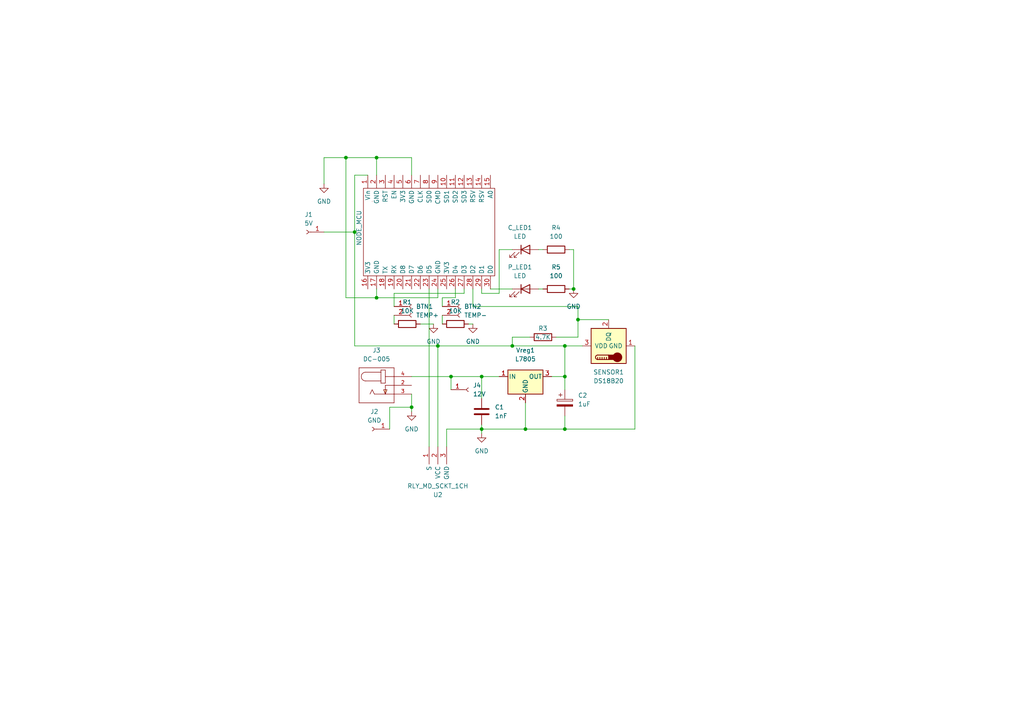
<source format=kicad_sch>
(kicad_sch (version 20211123) (generator eeschema)
  (paper "A4")
  (title_block (title "NodeMCU Thermal Control") (date "2022-03-19") (rev "1.0") (company "FeapTech"))
  (lib_symbols
    (symbol "Connector:Conn_01x01_Female" (pin_names (offset 1.016) hide)
      (property "Reference" "J" (at 0 2.54 0))
      (property "Value" "Conn_01x01_Female" (at 0 -2.54 0))
      (symbol "Conn_01x01_Female_1_1"
        (polyline (pts (xy -1.27 0) (xy -0.508 0)) (stroke (width 0.1524)))
        (arc (start 0 0.508) (mid -0.508 0) (end 0 -0.508) (stroke (width 0.1524)))
        (pin passive line (at -5.08 0 0) (length 3.81) (name "Pin_1") (number "1"))
      )
    )
    (symbol "Connector:Conn_01x02_Female" (pin_names (offset 1.016) hide)
      (property "Reference" "J" (at 0 2.54 0))
      (property "Value" "Conn_01x02_Female" (at 0 -5.08 0))
      (symbol "Conn_01x02_Female_1_1"
        (arc (start 0 -2.032) (mid -0.508 -2.54) (end 0 -3.048) (stroke (width 0.1524)))
        (polyline (pts (xy -1.27 -2.54) (xy -0.508 -2.54)) (stroke (width 0.1524)))
        (polyline (pts (xy -1.27 0) (xy -0.508 0)) (stroke (width 0.1524)))
        (arc (start 0 0.508) (mid -0.508 0) (end 0 -0.508) (stroke (width 0.1524)))
        (pin passive line (at -5.08 0 0) (length 3.81) (name "Pin_1") (number "1"))
        (pin passive line (at -5.08 -2.54 0) (length 3.81) (name "Pin_2") (number "2"))
      )
    )
    (symbol "DC-005:DC-005" (pin_names (offset 1.016) hide)
      (property "Reference" "J" (at -5.1054 5.588 0))
      (property "Value" "DC-005" (at -5.1054 -7.6454 0))
      (symbol "DC-005_0_0"
        (arc (start -3.175 3.81) (mid -4.445 2.54) (end -3.175 1.27) (stroke (width 0.1524)))
        (polyline (pts (xy -5.08 -5.08) (xy -5.08 5.08)) (stroke (width 0.1524)))
        (polyline (pts (xy -5.08 5.08) (xy 5.08 5.08)) (stroke (width 0.1524)))
        (polyline (pts (xy -3.175 3.81) (xy 1.27 3.81)) (stroke (width 0.1524)))
        (polyline (pts (xy -1.27 -1.27) (xy -1.905 -2.54)) (stroke (width 0.1524)))
        (polyline (pts (xy -0.635 -2.54) (xy -1.27 -1.27)) (stroke (width 0.1524)))
        (polyline (pts (xy 1.27 0.635) (xy 2.54 0.635)) (stroke (width 0.1524)))
        (polyline (pts (xy 1.27 1.27) (xy -3.175 1.27)) (stroke (width 0.1524)))
        (polyline (pts (xy 1.27 1.27) (xy 1.27 0.635)) (stroke (width 0.1524)))
        (polyline (pts (xy 1.27 3.81) (xy 1.27 1.27)) (stroke (width 0.1524)))
        (polyline (pts (xy 1.27 4.445) (xy 1.27 3.81)) (stroke (width 0.1524)))
        (polyline (pts (xy 2.54 -2.54) (xy -0.635 -2.54)) (stroke (width 0.1524)))
        (polyline (pts (xy 2.54 -2.54) (xy 5.08 -2.54)) (stroke (width 0.1524)))
        (polyline (pts (xy 2.54 0) (xy 2.54 -2.54)) (stroke (width 0.1524)))
        (polyline (pts (xy 2.54 0) (xy 5.08 0)) (stroke (width 0.1524)))
        (polyline (pts (xy 2.54 0.635) (xy 2.54 2.54)) (stroke (width 0.1524)))
        (polyline (pts (xy 2.54 2.54) (xy 2.54 4.445)) (stroke (width 0.1524)))
        (polyline (pts (xy 2.54 2.54) (xy 5.08 2.54)) (stroke (width 0.1524)))
        (polyline (pts (xy 2.54 4.445) (xy 1.27 4.445)) (stroke (width 0.1524)))
        (polyline (pts (xy 5.08 -5.08) (xy -5.08 -5.08)) (stroke (width 0.1524)))
        (polyline (pts (xy 5.08 -2.54) (xy 5.08 -5.08)) (stroke (width 0.1524)))
        (polyline (pts (xy 5.08 0) (xy 5.08 -2.54)) (stroke (width 0.1524)))
        (polyline (pts (xy 5.08 2.54) (xy 5.08 0)) (stroke (width 0.1524)))
        (polyline (pts (xy 5.08 5.08) (xy 5.08 2.54)) (stroke (width 0.1524)))
        (polyline (pts (xy 2.54 -2.54) (xy 2.032 -1.27) (xy 3.048 -1.27) (xy 2.54 -2.54)) (stroke (width 0.1524)) (fill (type background)))
        (pin passive line (at 10.16 0 180) (length 5.08) (name "~") (number "2"))
        (pin passive line (at 10.16 -2.54 180) (length 5.08) (name "~") (number "3"))
        (pin passive line (at 10.16 2.54 180) (length 5.08) (name "~") (number "4"))
      )
    )
    (symbol "Device:C" (pin_numbers hide) (pin_names (offset 0.254))
      (property "Reference" "C" (at 0.635 2.54 0))
      (property "Value" "C" (at 0.635 -2.54 0))
      (symbol "C_0_1"
        (polyline (pts (xy -2.032 -0.762) (xy 2.032 -0.762)) (stroke (width 0.508)))
        (polyline (pts (xy -2.032 0.762) (xy 2.032 0.762)) (stroke (width 0.508)))
      )
      (symbol "C_1_1"
        (pin passive line (at 0 3.81 270) (length 2.794) (name "~") (number "1"))
        (pin passive line (at 0 -3.81 90) (length 2.794) (name "~") (number "2"))
      )
    )
    (symbol "Device:C_Polarized" (pin_numbers hide) (pin_names (offset 0.254))
      (property "Reference" "C" (at 0.635 2.54 0))
      (property "Value" "C_Polarized" (at 0.635 -2.54 0))
      (symbol "C_Polarized_0_1"
        (rectangle (start -2.286 0.508) (end 2.286 1.016))
        (polyline (pts (xy -1.778 2.286) (xy -0.762 2.286)))
        (polyline (pts (xy -1.27 2.794) (xy -1.27 1.778)))
        (rectangle (start 2.286 -0.508) (end -2.286 -1.016) (fill (type outline)))
      )
      (symbol "C_Polarized_1_1"
        (pin passive line (at 0 3.81 270) (length 2.794) (name "~") (number "1"))
        (pin passive line (at 0 -3.81 90) (length 2.794) (name "~") (number "2"))
      )
    )
    (symbol "Device:LED" (pin_numbers hide) (pin_names (offset 1.016) hide)
      (property "Reference" "D" (at 0 2.54 0))
      (property "Value" "LED" (at 0 -2.54 0))
      (symbol "LED_0_1"
        (polyline (pts (xy -1.27 -1.27) (xy -1.27 1.27)) (stroke (width 0.254)))
        (polyline (pts (xy -1.27 0) (xy 1.27 0)))
        (polyline (pts (xy 1.27 -1.27) (xy 1.27 1.27) (xy -1.27 0) (xy 1.27 -1.27)) (stroke (width 0.254)))
        (polyline (pts (xy -3.048 -0.762) (xy -4.572 -2.286) (xy -3.81 -2.286) (xy -4.572 -2.286) (xy -4.572 -1.524)))
        (polyline (pts (xy -1.778 -0.762) (xy -3.302 -2.286) (xy -2.54 -2.286) (xy -3.302 -2.286) (xy -3.302 -1.524)))
      )
      (symbol "LED_1_1"
        (pin passive line (at -3.81 0 0) (length 2.54) (name "K") (number "1"))
        (pin passive line (at 3.81 0 180) (length 2.54) (name "A") (number "2"))
      )
    )
    (symbol "Device:R" (pin_numbers hide) (pin_names (offset 0))
      (property "Reference" "R" (at 2.032 0 90))
      (property "Value" "R" (at 0 0 90))
      (symbol "R_0_1"
        (rectangle (start -1.016 -2.54) (end 1.016 2.54) (stroke (width 0.254)))
      )
      (symbol "R_1_1"
        (pin passive line (at 0 3.81 270) (length 1.27) (name "~") (number "1"))
        (pin passive line (at 0 -3.81 90) (length 1.27) (name "~") (number "2"))
      )
    )
    (symbol "Regulator_Linear:L7805" (pin_names (offset 0.254))
      (property "Reference" "U" (at -3.81 3.175 0))
      (property "Value" "L7805" (at 0 3.175 0))
      (symbol "L7805_0_1"
        (rectangle (start -5.08 1.905) (end 5.08 -5.08) (stroke (width 0.254)) (fill (type background)))
      )
      (symbol "L7805_1_1"
        (pin power_in line (at -7.62 0 0) (length 2.54) (name "IN") (number "1"))
        (pin power_in line (at 0 -7.62 90) (length 2.54) (name "GND") (number "2"))
        (pin power_out line (at 7.62 0 180) (length 2.54) (name "OUT") (number "3"))
      )
    )
    (symbol "Sensor_Temperature:DS18B20" (pin_names (offset 1.016))
      (property "Reference" "U" (at -3.81 6.35 0))
      (property "Value" "DS18B20" (at 6.35 6.35 0))
      (symbol "DS18B20_0_1"
        (rectangle (start -5.08 5.08) (end 5.08 -5.08) (stroke (width 0.254)) (fill (type background)))
        (circle (center -3.302 -2.54) (radius 1.27) (stroke (width 0.254)) (fill (type outline)))
        (rectangle (start -2.667 -1.905) (end -3.937 0) (stroke (width 0.254)) (fill (type outline)))
        (arc (start -2.667 3.175) (mid -3.302 3.81) (end -3.937 3.175) (stroke (width 0.254)))
        (polyline (pts (xy -3.937 0.635) (xy -3.302 0.635)) (stroke (width 0.254)))
        (polyline (pts (xy -3.937 1.27) (xy -3.302 1.27)) (stroke (width 0.254)))
        (polyline (pts (xy -3.937 1.905) (xy -3.302 1.905)) (stroke (width 0.254)))
        (polyline (pts (xy -3.937 2.54) (xy -3.302 2.54)) (stroke (width 0.254)))
        (polyline (pts (xy -3.937 3.175) (xy -3.937 0)) (stroke (width 0.254)))
        (polyline (pts (xy -3.937 3.175) (xy -3.302 3.175)) (stroke (width 0.254)))
        (polyline (pts (xy -2.667 3.175) (xy -2.667 0)) (stroke (width 0.254)))
      )
      (symbol "DS18B20_1_1"
        (pin power_in line (at 0 -7.62 90) (length 2.54) (name "GND") (number "1"))
        (pin bidirectional line (at 7.62 0 180) (length 2.54) (name "DQ") (number "2"))
        (pin power_in line (at 0 7.62 270) (length 2.54) (name "VDD") (number "3"))
      )
    )
    (symbol "node_mcu:NODE_MCU"
      (property "Reference" "U" (at 0 2.54 0))
      (property "Value" "NODE_MCU" (at 0 0 0))
      (symbol "NODE_MCU_0_1"
        (rectangle (start -12.7 -2.54) (end 12.7 -40.64))
        (rectangle (start 8.89 -5.08) (end 8.89 -5.08))
      )
      (symbol "NODE_MCU_1_1"
        (pin bidirectional line (at 16.51 -3.81 180) (length 3.81) (name "Vin") (number "1"))
        (pin bidirectional line (at 16.51 -26.67 180) (length 3.81) (name "SD1") (number "10"))
        (pin bidirectional line (at 16.51 -29.21 180) (length 3.81) (name "SD2") (number "11"))
        (pin bidirectional line (at 16.51 -31.75 180) (length 3.81) (name "SD3") (number "12"))
        (pin bidirectional line (at 16.51 -34.29 180) (length 3.81) (name "RSV") (number "13"))
        (pin bidirectional line (at 16.51 -36.83 180) (length 3.81) (name "RSV") (number "14"))
        (pin bidirectional line (at 16.51 -39.37 180) (length 3.81) (name "A0") (number "15"))
        (pin bidirectional line (at -16.51 -3.81 0) (length 3.81) (name "3V3") (number "16"))
        (pin bidirectional line (at -16.51 -6.35 0) (length 3.81) (name "GND") (number "17"))
        (pin bidirectional line (at -16.51 -8.89 0) (length 3.81) (name "TX") (number "18"))
        (pin bidirectional line (at -16.51 -11.43 0) (length 3.81) (name "RX") (number "19"))
        (pin bidirectional line (at 16.51 -6.35 180) (length 3.81) (name "GND") (number "2"))
        (pin bidirectional line (at -16.51 -13.97 0) (length 3.81) (name "D8") (number "20"))
        (pin bidirectional line (at -16.51 -16.51 0) (length 3.81) (name "D7") (number "21"))
        (pin bidirectional line (at -16.51 -19.05 0) (length 3.81) (name "D6") (number "22"))
        (pin bidirectional line (at -16.51 -21.59 0) (length 3.81) (name "D5") (number "23"))
        (pin bidirectional line (at -16.51 -24.13 0) (length 3.81) (name "GND") (number "24"))
        (pin bidirectional line (at -16.51 -26.67 0) (length 3.81) (name "3V3") (number "25"))
        (pin bidirectional line (at -16.51 -29.21 0) (length 3.81) (name "D4") (number "26"))
        (pin bidirectional line (at -16.51 -31.75 0) (length 3.81) (name "D3") (number "27"))
        (pin bidirectional line (at -16.51 -34.29 0) (length 3.81) (name "D2") (number "28"))
        (pin bidirectional line (at -16.51 -36.83 0) (length 3.81) (name "D1") (number "29"))
        (pin bidirectional line (at 16.51 -8.89 180) (length 3.81) (name "RST") (number "3"))
        (pin bidirectional line (at -16.51 -39.37 0) (length 3.81) (name "D0") (number "30"))
        (pin bidirectional line (at 16.51 -11.43 180) (length 3.81) (name "EN") (number "4"))
        (pin bidirectional line (at 16.51 -13.97 180) (length 3.81) (name "3V3") (number "5"))
        (pin bidirectional line (at 16.51 -16.51 180) (length 3.81) (name "GND") (number "6"))
        (pin bidirectional line (at 16.51 -19.05 180) (length 3.81) (name "CLK") (number "7"))
        (pin bidirectional line (at 16.51 -21.59 180) (length 3.81) (name "SD0") (number "8"))
        (pin bidirectional line (at 16.51 -24.13 180) (length 3.81) (name "CMD") (number "9"))
      )
    )
    (symbol "power:GND" (power) (pin_names (offset 0))
      (property "Value" "GND" (at 0 -3.81 0))
      (symbol "GND_0_1"
        (polyline (pts (xy 0 0) (xy 0 -1.27) (xy 1.27 -1.27) (xy 0 -2.54) (xy -1.27 -1.27) (xy 0 -1.27)))
      )
      (symbol "GND_1_1"
        (pin power_in line (at 0 0 270) (length 0) hide (name "GND") (number "1"))
      )
    )
    (symbol "relay_module:RLY_MD_SCKT_1CH"
      (property "Reference" "U" (at -8.89 -2.54 90))
      (property "Value" "RLY_MD_SCKT_1CH" (at -6.35 -2.54 90))
      (symbol "RLY_MD_SCKT_1CH_1_1"
        (pin input line (at -2.54 -5.08 90) (length 5.08) (name "S") (number "1"))
        (pin input line (at 0 -5.08 90) (length 5.08) (name "VCC") (number "2"))
        (pin output line (at 2.54 -5.08 90) (length 5.08) (name "GND") (number "3"))
      )
    )
  )
  (junction (at 102.87 67.31))
  (junction (at 109.22 45.72))
  (junction (at 166.37 83.82))
  (junction (at 163.83 100.33))
  (junction (at 130.81 109.22))
  (junction (at 152.4 124.46))
  (junction (at 148.59 100.33))
  (junction (at 119.38 118.11))
  (junction (at 139.7 124.46))
  (junction (at 109.22 86.36))
  (junction (at 127 100.33))
  (junction (at 163.83 124.46))
  (junction (at 163.83 109.22))
  (junction (at 167.64 92.71))
  (junction (at 100.33 45.72))
  (junction (at 139.7 109.22))
  (wire (pts (xy 129.54 124.46) (xy 139.7 124.46)))
  (wire (pts (xy 135.89 93.98) (xy 137.16 93.98)))
  (wire (pts (xy 163.83 109.22) (xy 163.83 113.03)))
  (wire (pts (xy 167.64 97.79) (xy 167.64 92.71)))
  (wire (pts (xy 160.02 109.22) (xy 163.83 109.22)))
  (wire (pts (xy 166.37 83.82) (xy 165.1 83.82)))
  (wire (pts (xy 163.83 124.46) (xy 184.15 124.46)))
  (wire (pts (xy 102.87 67.31) (xy 102.87 100.33)))
  (wire (pts (xy 161.29 97.79) (xy 167.64 97.79)))
  (wire (pts (xy 109.22 86.36) (xy 100.33 86.36)))
  (wire (pts (xy 109.22 83.82) (xy 109.22 86.36)))
  (wire (pts (xy 119.38 114.3) (xy 119.38 118.11)))
  (wire (pts (xy 114.3 91.44) (xy 114.3 93.98)))
  (wire (pts (xy 130.81 109.22) (xy 139.7 109.22)))
  (wire (pts (xy 156.21 83.82) (xy 157.48 83.82)))
  (wire (pts (xy 121.92 93.98) (xy 125.73 93.98)))
  (wire (pts (xy 127 100.33) (xy 127 129.54)))
  (wire (pts (xy 163.83 120.65) (xy 163.83 124.46)))
  (wire (pts (xy 139.7 109.22) (xy 144.78 109.22)))
  (wire (pts (xy 148.59 100.33) (xy 163.83 100.33)))
  (wire (pts (xy 109.22 45.72) (xy 109.22 50.8)))
  (wire (pts (xy 129.54 129.54) (xy 129.54 124.46)))
  (wire (pts (xy 100.33 86.36) (xy 100.33 45.72)))
  (wire (pts (xy 100.33 45.72) (xy 93.98 45.72)))
  (wire (pts (xy 93.98 45.72) (xy 93.98 53.34)))
  (wire (pts (xy 130.81 109.22) (xy 130.81 113.03)))
  (wire (pts (xy 128.27 88.9) (xy 128.27 86.36)))
  (wire (pts (xy 119.38 109.22) (xy 130.81 109.22)))
  (wire (pts (xy 144.78 72.39) (xy 144.78 85.09)))
  (wire (pts (xy 134.62 85.09) (xy 134.62 83.82)))
  (wire (pts (xy 148.59 97.79) (xy 153.67 97.79)))
  (wire (pts (xy 152.4 124.46) (xy 139.7 124.46)))
  (wire (pts (xy 139.7 124.46) (xy 139.7 125.73)))
  (wire (pts (xy 128.27 91.44) (xy 128.27 93.98)))
  (wire (pts (xy 102.87 50.8) (xy 102.87 67.31)))
  (wire (pts (xy 102.87 100.33) (xy 127 100.33)))
  (wire (pts (xy 132.08 86.36) (xy 132.08 83.82)))
  (wire (pts (xy 152.4 124.46) (xy 163.83 124.46)))
  (wire (pts (xy 114.3 85.09) (xy 134.62 85.09)))
  (wire (pts (xy 152.4 116.84) (xy 152.4 124.46)))
  (wire (pts (xy 127 83.82) (xy 127 86.36)))
  (wire (pts (xy 166.37 72.39) (xy 166.37 83.82)))
  (wire (pts (xy 144.78 85.09) (xy 139.7 85.09)))
  (wire (pts (xy 119.38 50.8) (xy 119.38 45.72)))
  (wire (pts (xy 156.21 72.39) (xy 157.48 72.39)))
  (wire (pts (xy 148.59 72.39) (xy 144.78 72.39)))
  (wire (pts (xy 139.7 85.09) (xy 139.7 83.82)))
  (wire (pts (xy 167.64 92.71) (xy 176.53 92.71)))
  (wire (pts (xy 109.22 45.72) (xy 100.33 45.72)))
  (wire (pts (xy 137.16 88.9) (xy 167.64 88.9)))
  (wire (pts (xy 139.7 123.19) (xy 139.7 124.46)))
  (wire (pts (xy 165.1 72.39) (xy 166.37 72.39)))
  (wire (pts (xy 167.64 88.9) (xy 167.64 92.71)))
  (wire (pts (xy 106.68 50.8) (xy 102.87 50.8)))
  (wire (pts (xy 93.98 67.31) (xy 102.87 67.31)))
  (wire (pts (xy 113.03 118.11) (xy 119.38 118.11)))
  (wire (pts (xy 127 100.33) (xy 148.59 100.33)))
  (wire (pts (xy 119.38 45.72) (xy 109.22 45.72)))
  (wire (pts (xy 128.27 86.36) (xy 132.08 86.36)))
  (wire (pts (xy 113.03 124.46) (xy 113.03 118.11)))
  (wire (pts (xy 124.46 83.82) (xy 124.46 129.54)))
  (wire (pts (xy 163.83 100.33) (xy 168.91 100.33)))
  (wire (pts (xy 137.16 83.82) (xy 137.16 88.9)))
  (wire (pts (xy 139.7 109.22) (xy 139.7 115.57)))
  (wire (pts (xy 114.3 88.9) (xy 114.3 85.09)))
  (wire (pts (xy 163.83 100.33) (xy 163.83 109.22)))
  (wire (pts (xy 127 86.36) (xy 109.22 86.36)))
  (wire (pts (xy 184.15 100.33) (xy 184.15 124.46)))
  (wire (pts (xy 119.38 118.11) (xy 119.38 119.38)))
  (wire (pts (xy 142.24 83.82) (xy 148.59 83.82)))
  (wire (pts (xy 148.59 97.79) (xy 148.59 100.33)))
  (symbol (lib_id "power:GND") (at 125.73 93.98 0) (unit 1)
    (property "Reference" "#PWR03" (effects hide))
    (property "Value" "GND" (at 125.73 99.06 0))
  )
  (symbol (lib_id "power:GND") (at 93.98 53.34 0) (unit 1)
    (property "Reference" "#PWR01" (effects hide))
    (property "Value" "GND" (at 93.98 58.42 0))
  )
  (symbol (lib_id "power:GND") (at 119.38 119.38 0) (unit 1)
    (property "Reference" "#PWR02" (effects hide))
    (property "Value" "GND" (at 119.38 124.46 0))
  )
  (symbol (lib_id "Device:R") (at 157.48 97.79 270) (unit 1)
    (property "Reference" "R3" (at 157.48 95.25 90))
    (property "Value" "4.7K" (at 157.48 97.79 90))
    (property "Footprint" "Resistor_THT:R_Axial_DIN0207_L6.3mm_D2.5mm_P7.62mm_Horizontal" (effects hide))
  )
  (symbol (lib_id "power:GND") (at 137.16 93.98 0) (unit 1)
    (property "Reference" "#PWR04" (effects hide))
    (property "Value" "GND" (at 137.16 99.06 0))
  )
  (symbol (lib_id "Device:C") (at 139.7 119.38 0) (unit 1)
    (property "Reference" "C1" (at 143.51 118.1099 0) (effects (justify left)))
    (property "Value" "1nF" (at 143.51 120.6499 0) (effects (justify left)))
    (property "Footprint" "Capacitor_THT:C_Disc_D5.0mm_W2.5mm_P5.00mm" (effects hide))
  )
  (symbol (lib_id "Device:R") (at 161.29 72.39 90) (unit 1)
    (property "Reference" "R4" (at 161.29 66.04 90))
    (property "Value" "100" (at 161.29 68.58 90))
    (property "Footprint" "Resistor_THT:R_Axial_DIN0207_L6.3mm_D2.5mm_P7.62mm_Horizontal" (effects hide))
  )
  (symbol (lib_id "Connector:Conn_01x01_Female") (at 88.9 67.31 180) (unit 1)
    (property "Reference" "J1" (at 89.535 62.23 0))
    (property "Value" "5V" (at 89.535 64.77 0))
    (property "Footprint" "Connector_PinHeader_1.27mm:PinHeader_1x01_P1.27mm_Vertical" (effects hide))
  )
  (symbol (lib_id "Device:LED") (at 152.4 83.82 0) (unit 1)
    (property "Reference" "P_LED1" (at 150.8125 77.47 0))
    (property "Value" "LED" (at 150.8125 80.01 0))
    (property "Footprint" "LED_THT:LED_D5.0mm" (effects hide))
  )
  (symbol (lib_id "Device:R") (at 161.29 83.82 90) (unit 1)
    (property "Reference" "R5" (at 161.29 77.47 90))
    (property "Value" "100" (at 161.29 80.01 90))
    (property "Footprint" "Resistor_THT:R_Axial_DIN0207_L6.3mm_D2.5mm_P7.62mm_Horizontal" (effects hide))
  )
  (symbol (lib_id "DC-005:DC-005") (at 109.22 111.76 0) (unit 1)
    (property "Reference" "J3" (at 109.22 101.6 0))
    (property "Value" "DC-005" (at 109.22 104.14 0))
    (property "Footprint" "Connector:DC-005" (effects hide))
    (property "MP" "DC-005" (effects hide))
    (property "PACKAGE" "None" (effects hide))
    (property "PRICE" "None" (effects hide))
    (property "MF" "Best Inc." (effects hide))
    (property "AVAILABILITY" "Unavailable" (effects hide))
    (property "DESCRIPTION" "Conn Dc Power Jack 2.1mm" (effects hide))
  )
  (symbol (lib_id "Connector:Conn_01x02_Female") (at 119.38 88.9 0) (unit 1)
    (property "Reference" "BTN1" (at 120.65 88.8999 0) (effects (justify left)))
    (property "Value" "TEMP+" (at 120.65 91.4399 0) (effects (justify left)))
    (property "Footprint" "Connector_PinSocket_2.54mm:PinSocket_1x02_P2.54mm_Vertical" (effects hide))
  )
  (symbol (lib_id "node_mcu:NODE_MCU") (at 102.87 67.31 90) (unit 1)
    (property "Reference" "U1" (effects hide))
    (property "Value" "NODE_MCU" (at 104.14 60.96 0) (effects (justify right)))
    (property "Footprint" "Connector:node_mcu_socket" (effects hide))
  )
  (symbol (lib_id "power:GND") (at 139.7 125.73 0) (unit 1)
    (property "Reference" "#PWR05" (effects hide))
    (property "Value" "GND" (at 139.7 130.81 0))
  )
  (symbol (lib_id "Connector:Conn_01x01_Female") (at 135.89 113.03 0) (unit 1)
    (property "Reference" "J4" (at 137.16 111.7599 0) (effects (justify left)))
    (property "Value" "12V" (at 137.16 114.2999 0) (effects (justify left)))
    (property "Footprint" "Connector_PinHeader_1.27mm:PinHeader_1x01_P1.27mm_Vertical" (effects hide))
  )
  (symbol (lib_id "Sensor_Temperature:DS18B20") (at 176.53 100.33 90) (unit 1)
    (property "Reference" "SENSOR1" (at 176.53 107.95 90))
    (property "Value" "DS18B20" (at 176.53 110.49 90))
    (property "Footprint" "Package_TO_SOT_THT:TO-92_Inline" (effects hide))
    (property "Datasheet" "http://datasheets.maximintegrated.com/en/ds/DS18B20.pdf" (effects hide))
  )
  (symbol (lib_id "Connector:Conn_01x02_Female") (at 133.35 88.9 0) (unit 1)
    (property "Reference" "BTN2" (at 134.62 88.8999 0) (effects (justify left)))
    (property "Value" "TEMP-" (at 134.62 91.4399 0) (effects (justify left)))
    (property "Footprint" "Connector_PinSocket_2.54mm:PinSocket_1x02_P2.54mm_Vertical" (effects hide))
  )
  (symbol (lib_id "power:GND") (at 166.37 83.82 0) (unit 1)
    (property "Reference" "#PWR06" (effects hide))
    (property "Value" "GND" (at 166.37 88.9 0))
  )
  (symbol (lib_id "Connector:Conn_01x01_Female") (at 107.95 124.46 180) (unit 1)
    (property "Reference" "J2" (at 108.585 119.38 0))
    (property "Value" "GND" (at 108.585 121.92 0))
    (property "Footprint" "Connector_PinHeader_1.27mm:PinHeader_1x01_P1.27mm_Vertical" (effects hide))
  )
  (symbol (lib_id "Device:LED") (at 152.4 72.39 0) (unit 1)
    (property "Reference" "C_LED1" (at 150.8125 66.04 0))
    (property "Value" "LED" (at 150.8125 68.58 0))
    (property "Footprint" "LED_THT:LED_D5.0mm" (effects hide))
  )
  (symbol (lib_id "Regulator_Linear:L7805") (at 152.4 109.22 0) (unit 1)
    (property "Reference" "Vreg1" (at 152.4 101.6 0))
    (property "Value" "L7805" (at 152.4 104.14 0))
    (property "Footprint" "Package_TO_SOT_THT:TO-220-3_Vertical" (effects hide))
    (property "Datasheet" "http://www.st.com/content/ccc/resource/technical/document/datasheet/41/4f/b3/b0/12/d4/47/88/CD00000444.pdf/files/CD00000444.pdf/jcr:content/translations/en.CD00000444.pdf" (effects hide))
  )
  (symbol (lib_id "relay_module:RLY_MD_SCKT_1CH") (at 127 134.62 0) (mirror x) (unit 1)
    (property "Reference" "U2" (at 127 143.51 0))
    (property "Value" "RLY_MD_SCKT_1CH" (at 127 140.97 0))
    (property "Footprint" "Connector:RELAY_MODULE_SOCKET_1CH" (effects hide))
  )
  (symbol (lib_id "Device:C_Polarized") (at 163.83 116.84 0) (unit 1)
    (property "Reference" "C2" (at 167.64 114.6809 0) (effects (justify left)))
    (property "Value" "1uF" (at 167.64 117.2209 0) (effects (justify left)))
    (property "Footprint" "Capacitor_THT:CP_Radial_D5.0mm_P2.50mm" (effects hide))
  )
  (symbol (lib_id "Device:R") (at 118.11 93.98 90) (unit 1)
    (property "Reference" "R1" (at 118.11 87.63 90))
    (property "Value" "10K" (at 118.11 90.17 90))
    (property "Footprint" "Resistor_THT:R_Axial_DIN0207_L6.3mm_D2.5mm_P7.62mm_Horizontal" (effects hide))
  )
  (symbol (lib_id "Device:R") (at 132.08 93.98 90) (unit 1)
    (property "Reference" "R2" (at 132.08 87.63 90))
    (property "Value" "10K" (at 132.08 90.17 90))
    (property "Footprint" "Resistor_THT:R_Axial_DIN0207_L6.3mm_D2.5mm_P7.62mm_Horizontal" (effects hide))
  )
)
</source>
